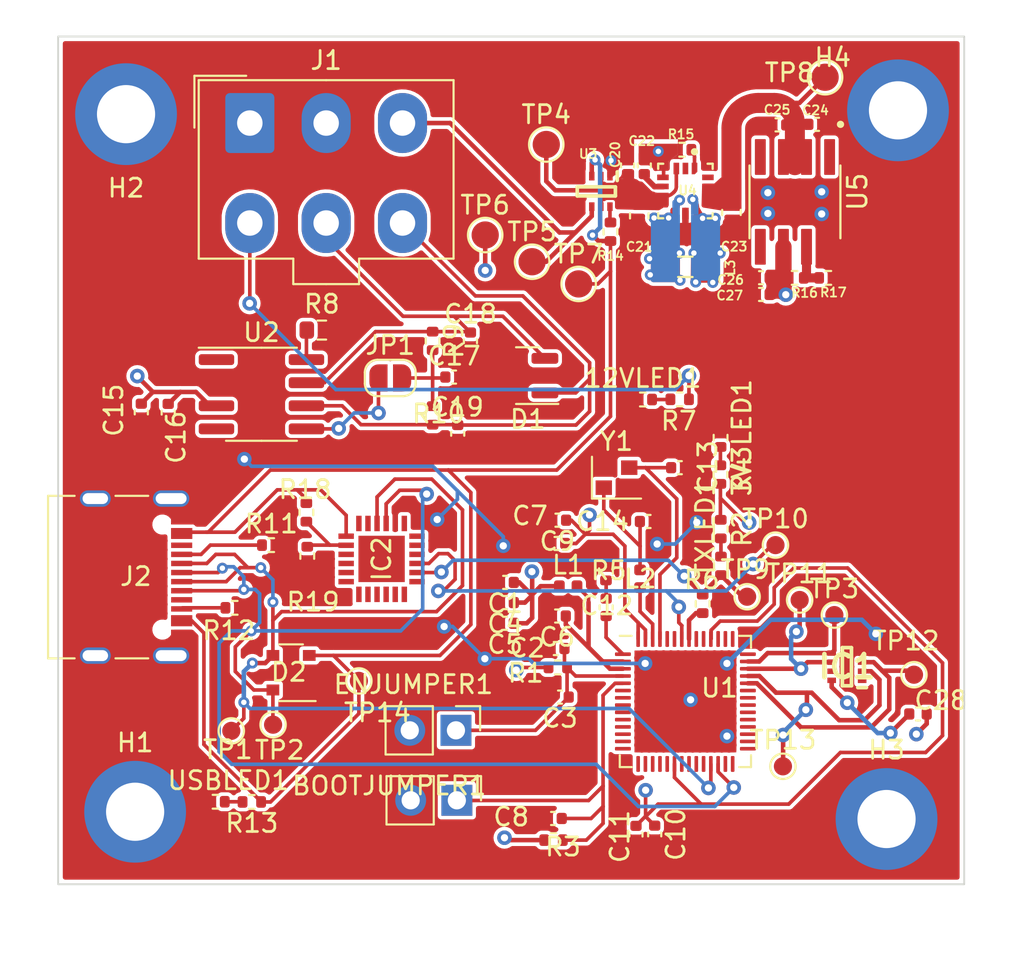
<source format=kicad_pcb>
(kicad_pcb (version 20221018) (generator pcbnew)
  (layers (0 "F.Cu" signal) (1 "In1.Cu" signal) (2 "In2.Cu" signal) (31 "B.Cu" signal) (34 "B.Paste" user) (35 "F.Paste" user) (36 "B.SilkS" user "B.Silkscreen") (37 "F.SilkS" user "F.Silkscreen") (38 "B.Mask" user) (39 "F.Mask" user) (44 "Edge.Cuts" user))
  (net 0 "")
  (net 1 "GND")
  (net 2 "+3V3")
  (net 3 "VBUS")
  (net 4 "RBUS_uC_V")
  (net 5 "Net-(3V3LED1-A)")
  (net 6 "/Power/BBIN")
  (net 7 "/Power/BIAS")
  (net 8 "/Power/BBOUT")
  (net 9 "/Power/LX1")
  (net 10 "/Power/LX2")
  (net 11 "/Power/SEL")
  (net 12 "/Power/FBIn")
  (net 13 "Net-(12VLED1-A)")
  (net 14 "Net-(U1-LNA_IN{slash}RF)")
  (net 15 "Net-(U1-XTAL_N)")
  (net 16 "Net-(JP1-B)")
  (net 17 "Net-(IC1-VDD)")
  (net 19 "/BOOT")
  (net 20 "/CHIP_PU")
  (net 21 "Net-(C6-Pad1)")
  (net 22 "Net-(C12-Pad1)")
  (net 25 "Net-(C14-Pad1)")
  (net 27 "/CAN+")
  (net 28 "/CAN-")
  (net 30 "/Data-")
  (net 31 "/Data+")
  (net 33 "/NAND_CS")
  (net 34 "/CLK")
  (net 35 "/MOSI")
  (net 36 "/MISO")
  (net 48 "Net-(IC2-VBUS)")
  (net 53 "Net-(J2-CC2)")
  (net 55 "+12V")
  (net 56 "Net-(J2-CC1)")
  (net 57 "Net-(U1-XTAL_P)")
  (net 58 "Net-(TXLED1-A)")
  (net 59 "Net-(U1-U0TXD{slash}PROG{slash}GPIO43)")
  (net 60 "/CAN-BUS/Vref")
  (net 61 "Net-(U2-Rs)")
  (net 62 "Net-(USBLED1-A)")
  (net 63 "Net-(U3-ST)")
  (net 66 "/RXD")
  (net 67 "/CAN_TX")
  (net 68 "/CAN_RX")
  (net 108 "/TXD")
  (footprint "Capacitor_SMD:C_0402_1005Metric" (layer "F.Cu") (at 167.01 108.87 180)
    (fp_text reference "C28")
    (fp_text value "10uF")
  )
  (footprint "Capacitor_SMD:C_0402_1005Metric" (layer "F.Cu") (at 149.854 103.002 -90)
    (fp_text reference "C12")
    (fp_text value "4.2pF")
  )
  (footprint "Resistor_SMD:R_0402_1005Metric" (layer "F.Cu") (at 129.42 103.03 180)
    (fp_text reference "R12")
    (fp_text value "5.1k")
  )
  (footprint "TestPoint:TestPoint_Pad_D1.0mm" (layer "F.Cu") (at 129.23 109.8)
    (fp_text reference "TP1")
    (fp_text value "TestPoint")
  )
  (footprint "Resistor_SMD:R_0402_1005Metric" (layer "F.Cu") (at 162.079777 84.878186)
    (fp_text reference "R17")
    (fp_text value "10k")
  )
  (footprint "Connector_PinHeader_2.54mm:PinHeader_1x02_P2.54mm_Vertical" (layer "F.Cu") (at 141.59 109.77 -90)
    (fp_text reference "ENJUMPER1")
    (fp_text value "Conn_01x02_Male")
  )
  (footprint "Resistor_SMD:R_0402_1005Metric" (layer "F.Cu") (at 147.194 106.312)
    (fp_text reference "R1")
    (fp_text value "10K")
  )
  (footprint "Capacitor_SMD:C_0402_1005Metric" (layer "F.Cu") (at 125.76 92.29 -90)
    (fp_text reference "C16")
    (fp_text value "10uF")
  )
  (footprint "TestPoint:TestPoint_Pad_D1.5mm" (layer "F.Cu") (at 145.78 83.99)
    (fp_text reference "TP5")
    (fp_text value "TestPoint")
  )
  (footprint "TestPoint:TestPoint_Pad_D1.0mm" (layer "F.Cu") (at 160.5 102.6)
    (fp_text reference "TP11")
    (fp_text value "TestPoint")
  )
  (footprint "Package_DFN_QFN:QFN-56-1EP_7x7mm_P0.4mm_EP5.6x5.6mm" (layer "F.Cu") (at 154.214 108.182)
    (fp_text reference "U1")
    (fp_text value "ESP32-S3")
  )
  (footprint "TestPoint:TestPoint_Pad_D1.0mm" (layer "F.Cu") (at 131.53 109.46)
    (fp_text reference "TP2")
    (fp_text value "TestPoint")
  )
  (footprint "Resistor_SMD:R_0402_1005Metric" (layer "F.Cu") (at 146.96 115.81)
    (fp_text reference "R3")
    (fp_text value "10K")
  )
  (footprint "Resistor_SMD:R_0402_1005Metric" (layer "F.Cu") (at 156.14 95.7 -90)
    (fp_text reference "R4")
    (fp_text value "470")
  )
  (footprint "Capacitor_SMD:C_0402_1005Metric" (layer "F.Cu") (at 141.6875 93.455 90)
    (fp_text reference "C19")
    (fp_text value "220pF")
  )
  (footprint "Capacitor_SMD:C_0402_1005Metric" (layer "F.Cu") (at 147.122 99.49 180)
    (fp_text reference "C7")
    (fp_text value "1uF")
  )
  (footprint "Connector_PinHeader_2.54mm:PinHeader_1x02_P2.54mm_Vertical" (layer "F.Cu") (at 141.64 113.62 -90)
    (fp_text reference "BOOTJUMPER1")
    (fp_text value "Conn_01x02_Male")
  )
  (footprint "MountingHole:MountingHole_3.2mm_M3_DIN965_Pad" (layer "F.Cu") (at 165.28 114.65)
    (fp_text reference "H3")
    (fp_text value "MountingHole_Pad")
  )
  (footprint "Resistor_SMD:R_0402_1005Metric" (layer "F.Cu") (at 140.3075 88.345 -90)
    (fp_text reference "R9")
    (fp_text value "60")
  )
  (footprint "Resistor_SMD:R_0402_1005Metric" (layer "F.Cu") (at 156.17 100.72 90)
    (fp_text reference "TXLED1")
    (fp_text value "TX_LED")
  )
  (footprint "Inductor_SMD:L_0402_1005Metric" (layer "F.Cu") (at 151.72 101.43 90)
    (fp_text reference "L2")
    (fp_text value "20nH")
  )
  (footprint "TestPoint:TestPoint_Pad_D1.0mm" (layer "F.Cu") (at 157.61 102.42)
    (fp_text reference "TP9")
    (fp_text value "TestPoint")
  )
  (footprint "Capacitor_SMD:C_0402_1005Metric" (layer "F.Cu") (at 159.28 76.46 180)
    (fp_text reference "C25")
    (fp_text value "4.7uF")
  )
  (footprint "iclr:SOTFL50P160X60-8N" (layer "F.Cu") (at 149.312492 80.120186 -90)
    (fp_text reference "U3")
    (fp_text value "LM66200DRLR" hide)
  )
  (footprint "Capacitor_SMD:C_0402_1005Metric" (layer "F.Cu") (at 144.294 101.632 180)
    (fp_text reference "C1")
    (fp_text value "10uF")
  )
  (footprint "Resistor_SMD:R_0402_1005Metric" (layer "F.Cu") (at 133.36 97.78 -90)
    (fp_text reference "R18")
    (fp_text value "22.1k")
  )
  (footprint "Resistor_SMD:R_0402_1005Metric" (layer "F.Cu") (at 140.3075 92.445 -90)
    (fp_text reference "R10")
    (fp_text value "60")
  )
  (footprint "Resistor_SMD:R_0402_1005Metric" (layer "F.Cu") (at 130.36 113.71 180)
    (fp_text reference "R13")
    (fp_text value "470")
  )
  (footprint "TestPoint:TestPoint_Pad_D1.0mm" (layer "F.Cu") (at 136.25 107.05)
    (fp_text reference "TP14")
    (fp_text value "TestPoint")
  )
  (footprint "TestPoint:TestPoint_Pad_D1.0mm" (layer "F.Cu") (at 159.17 99.58)
    (fp_text reference "TP10")
    (fp_text value "TestPoint")
  )
  (footprint "Capacitor_SMD:C_0402_1005Metric" (layer "F.Cu") (at 158.372492 85.788186)
    (fp_text reference "C27")
    (fp_text value "0.1uF")
  )
  (footprint "iclr:QFN50P400X400X80-25N" (layer "F.Cu") (at 137.5 100.34 -90)
    (fp_text reference "IC2")
    (fp_text value "CP2102N-A02-GQFN24")
  )
  (footprint "Resistor_SMD:R_0402_1005Metric" (layer "F.Cu") (at 155.164 102.812 -90)
    (fp_text reference "R6")
    (fp_text value "499")
  )
  (footprint "Capacitor_SMD:C_0402_1005Metric" (layer "F.Cu") (at 147.154 103.482 180)
    (fp_text reference "C6")
    (fp_text value "0.1uF")
  )
  (footprint "Capacitor_SMD:C_0603_1608Metric" (layer "F.Cu") (at 156.747492 81.278186 -90)
    (fp_text reference "C23")
    (fp_text value "22uF")
  )
  (footprint "MountingHole:MountingHole_3.2mm_M3_DIN965_Pad" (layer "F.Cu") (at 123.44 75.87)
    (fp_text reference "H2")
    (fp_text value "MountingHole_Pad")
  )
  (footprint "Crystal:Crystal_SMD_2016-4Pin_2.0x1.6mm" (layer "F.Cu") (at 150.424 95.87)
    (fp_text reference "Y1")
    (fp_text value "40MHz±10ppm")
  )
  (footprint "Resistor_SMD:R_0402_1005Metric" (layer "F.Cu") (at 150.092492 82.34 90)
    (fp_text reference "R14")
    (fp_text value "10k")
  )
  (footprint "Resistor_SMD:R_0603_1608Metric" (layer "F.Cu") (at 134.21 87.75)
    (fp_text reference "R8")
    (fp_text value "0")
  )
  (footprint "Package_SO:SOIC-8_3.9x4.9mm_P1.27mm" (layer "F.Cu") (at 130.89 91.28)
    (fp_text reference "U2")
    (fp_text value "SN65HVD230")
  )
  (footprint "Capacitor_SMD:C_0402_1005Metric" (layer "F.Cu") (at 151.032492 78.688186 90)
    (fp_text reference "C20")
    (fp_text value "10uF")
  )
  (footprint "Capacitor_SMD:C_0402_1005Metric" (layer "F.Cu") (at 147.172 98.21 180)
    (fp_text reference "C9")
    (fp_text value "10nF")
  )
  (footprint "Capacitor_SMD:C_0402_1005Metric" (layer "F.Cu") (at 151.495 115.505 -90)
    (fp_text reference "C11")
    (fp_text value "0.1uF")
  )
  (footprint "Resistor_SMD:R_0402_1005Metric" (layer "F.Cu") (at 156.16 98.7 -90)
    (fp_text reference "R2")
    (fp_text value "470")
  )
  (footprint "Resistor_SMD:R_0402_1005Metric" (layer "F.Cu") (at 131.43 99.58)
    (fp_text reference "R11")
    (fp_text value "5.1k")
  )
  (footprint "Resistor_SMD:R_0402_1005Metric" (layer "F.Cu") (at 160.219777 84.878186)
    (fp_text reference "R16")
    (fp_text value "56k")
  )
  (footprint "Capacitor_SMD:C_0402_1005Metric" (layer "F.Cu") (at 152.525 115.495 -90)
    (fp_text reference "C10")
    (fp_text value "0.1uF")
  )
  (footprint "Capacitor_SMD:C_0402_1005Metric" (layer "F.Cu") (at 146.93 114.62 180)
    (fp_text reference "C8")
    (fp_text value "0.1uF")
  )
  (footprint "MountingHole:MountingHole_3.2mm_M3_DIN965_Pad" (layer "F.Cu") (at 123.94 114.25)
    (fp_text reference "H1")
    (fp_text value "MountingHole_Pad")
  )
  (footprint "Resistor_SMD:R_0402_1005Metric" (layer "F.Cu") (at 154.032492 77.828186 180)
    (fp_text reference "R15")
    (fp_text value "14k")
  )
  (footprint "TestPoint:TestPoint_Pad_D1.5mm" (layer "F.Cu") (at 143.2 82.52)
    (fp_text reference "TP6")
    (fp_text value "TestPoint")
  )
  (footprint "Connector_USB:USB_C_Receptacle_Palconn_UTC16-G" (layer "F.Cu") (at 123.99 101.34 -90)
    (fp_text reference "J2")
    (fp_text value "USB_C_Receptacle_USB2.0")
  )
  (footprint "Capacitor_SMD:C_0402_1005Metric" (layer "F.Cu") (at 144.294 102.742 180)
    (fp_text reference "C4")
    (fp_text value "1uF")
  )
  (footprint "Capacitor_SMD:C_0402_1005Metric" (layer "F.Cu") (at 161.46 76.43)
    (fp_text reference "C24")
    (fp_text value "10uF")
  )
  (footprint "Capacitor_SMD:C_0402_1005Metric" (layer "F.Cu") (at 147.314 107.942 180)
    (fp_text reference "C3")
    (fp_text value "0.1uF")
  )
  (footprint "iclr:SOTFL50P160X60-8N" (layer "F.Cu") (at 163.1 106.27 180)
    (fp_text reference "IC1")
    (fp_text value "XTSD08GLGEAG" hide)
  )
  (footprint "Capacitor_SMD:C_0402_1005Metric" (layer "F.Cu") (at 141.4875 90.335)
    (fp_text reference "C17")
    (fp_text value "0.1uF")
  )
  (footprint "TestPoint:TestPoint_Pad_D1.5mm" (layer "F.Cu") (at 161.9 73.84 180)
    (fp_text reference "TP8")
    (fp_text value "TestPoint")
  )
  (footprint "TestPoint:TestPoint_Pad_D1.5mm" (layer "F.Cu") (at 146.56 77.54)
    (fp_text reference "TP4")
    (fp_text value "TestPoint")
  )
  (footprint "iclr:SOIC127P599X175-9N" (layer "F.Cu") (at 160.242 80.697 -90)
    (fp_text reference "U5")
    (fp_text value "SC4215")
  )
  (footprint "MountingHole:MountingHole_3.2mm_M3_DIN965_Pad" (layer "F.Cu") (at 165.91 75.66)
    (fp_text reference "H4")
    (fp_text value "MountingHole_Pad")
  )
  (footprint "Package_TO_SOT_SMD:SOT-143" (layer "F.Cu") (at 132.52 106.6 180)
    (fp_text reference "D2")
    (fp_text value "SP0503BAHT")
  )
  (footprint "TestPoint:TestPoint_Pad_D1.0mm" (layer "F.Cu") (at 166.79 106.71)
    (fp_text reference "TP12")
    (fp_text value "TestPoint")
  )
  (footprint "Capacitor_SMD:C_0402_1005Metric" (layer "F.Cu") (at 158.372492 84.868186)
    (fp_text reference "C26")
    (fp_text value "10uF")
  )
  (footprint "Package_TO_SOT_SMD:SOT-23" (layer "F.Cu") (at 145.5475 90.255 180)
    (fp_text reference "D1")
    (fp_text value "SM712_SOT23")
  )
  (footprint "Inductor_SMD:L_0402_1005Metric" (layer "F.Cu") (at 147.765 101.84)
    (fp_text reference "L1")
    (fp_text value "2.0nH")
  )
  (footprint "Connector_Molex:Molex_Mini-Fit_Jr_5566-06A_2x03_P4.20mm_Vertical" (layer "F.Cu") (at 130.25 76.36)
    (fp_text reference "J1")
    (fp_text value "RBUS")
  )
  (footprint "Capacitor_SMD:C_0402_1005Metric" (layer "F.Cu") (at 153.91 95.32)
    (fp_text reference "C13")
    (fp_text value "C")
  )
  (footprint "Capacitor_SMD:C_0402_1005Metric" (layer "F.Cu") (at 124.28 92.28 -90)
    (fp_text reference "C15")
    (fp_text value "100nF")
  )
  (footprint "TestPoint:TestPoint_Pad_D1.5mm" (layer "F.Cu") (at 148.34 85.21)
    (fp_text reference "TP7")
    (fp_text value "TestPoint")
  )
  (footprint "Capacitor_SMD:C_0402_1005Metric" (layer "F.Cu") (at 144.294 103.882 180)
    (fp_text reference "C5")
    (fp_text value "0.1uF")
  )
  (footprint "iclr:CONV_MAX77827AEFD+T" (layer "F.Cu") (at 154.215418 80.098186 -90)
    (fp_text reference "U4")
    (fp_text value "MAX77827AEFD+T")
  )
  (footprint "TestPoint:TestPoint_Pad_D1.0mm" (layer "F.Cu") (at 162.41 103.43)
    (fp_text reference "TP3")
    (fp_text value "TestPoint")
  )
  (footprint "Resistor_SMD:R_0402_1005Metric" (layer "F.Cu") (at 153.9 91.56 180)
    (fp_text reference "R7")
    (fp_text value "3k")
  )
  (footprint "Capacitor_SMD:C_0402_1005Metric" (layer "F.Cu") (at 152.19 98.28)
    (fp_text reference "C14")
    (fp_text value "C")
  )
  (footprint "Resistor_SMD:R_0402_1005Metric" (layer "F.Cu") (at 156.15 93.668 -90)
    (fp_text reference "3V3LED1")
    (fp_text value "3V3LED")
  )
  (footprint "Resistor_SMD:R_0402_1005Metric" (layer "F.Cu") (at 151.87 91.57)
    (fp_text reference "12VLED1")
    (fp_text value "12V_LED")
  )
  (footprint "Jumper:SolderJumper-2_P1.3mm_Open_RoundedPad1.0x1.5mm" (layer "F.Cu") (at 137.9775 90.385)
    (fp_text reference "JP1")
    (fp_text value "TermJP")
  )
  (footprint "Capacitor_SMD:C_0603_1608Metric" (layer "F.Cu") (at 151.676869 81.466042 -90)
    (fp_text reference "C21")
    (fp_text value "10uF")
  )
  (footprint "Capacitor_SMD:C_0402_1005Metric" (layer "F.Cu") (at 151.952492 78.688186 90)
    (fp_text reference "C22")
    (fp_text value "1uF")
  )
  (footprint "TestPoint:TestPoint_Pad_D1.0mm" (layer "F.Cu") (at 159.58 111.75)
    (fp_text reference "TP13")
    (fp_text value "TestPoint")
  )
  (footprint "Resistor_SMD:R_0402_1005Metric" (layer "F.Cu") (at 133.41 100.18 -90)
    (fp_text reference "R19")
    (fp_text value "47.5k")
  )
  (footprint "Resistor_SMD:R_0402_1005Metric" (layer "F.Cu") (at 128.36 113.7)
    (fp_text reference "USBLED1")
    (fp_text value "USB_LED")
  )
  (footprint "Inductor_SMD:L_0805_2012Metric" (layer "F.Cu") (at 154.21 84.27)
    (fp_text reference "L3")
    (fp_text value "1uH")
  )
  (footprint "Capacitor_SMD:C_0402_1005Metric" (layer "F.Cu") (at 142.3875 88.365 90)
    (fp_text reference "C18")
    (fp_text value "220pF")
  )
  (footprint "Resistor_SMD:R_0402_1005Metric" (layer "F.Cu") (at 149.844 101.012 -90)
    (fp_text reference "R5")
    (fp_text value "47.5")
  )
  (footprint "Capacitor_SMD:C_0402_1005Metric" (layer "F.Cu") (at 147.08 105.27 180)
    (fp_text reference "C2")
    (fp_text value "1uF")
  )
  (gr_rect (start 119.706 71.598) (end 169.554 118.24) (stroke (width 0.1)) (fill none) (layer "Edge.Cuts"))
  (segment (start 150.12 78.42) (end 150.062492 78.477508) (width 0.25) (layer "F.Cu") (net 1))
  (segment (start 154.213197 81.197576) (end 154.213197 82.329351) (width 0.36) (layer "F.Cu") (net 1))
  (segment (start 154.214 108.182) (end 154.092 108.182) (width 0.2) (layer "F.Cu") (net 1))
  (segment (start 154.092 108.182) (end 152 106.09) (width 0.2) (layer "F.Cu") (net 1))
  (segment (start 154.214 108.182) (end 156.122 110.09) (width 0.2) (layer "F.Cu") (net 1))
  (segment (start 139.97 97.58) (end 140.56 98.17) (width 0.2) (layer "F.Cu") (net 1))
  (segment (start 161.852 76.532) (end 161.852 76.488) (width 0.2) (layer "F.Cu") (net 1))
  (segment (start 143.02 100.793106) (end 143.02 105.67) (width 0.2) (layer "F.Cu") (net 1))
  (segment (start 153.015418 79.298186) (end 153.015418 78.208112) (width 0.2) (layer "F.Cu") (net 1))
  (segment (start 152.022827 82.587) (end 156.675678 82.587) (width 1) (layer "F.Cu") (net 1))
  (segment (start 138.25 98.39) (end 138.25 97.74) (width 0.2) (layer "F.Cu") (net 1))
  (segment (start 154.214 108.182) (end 154.408 108.182) (width 0.2) (layer "F.Cu") (net 1))
  (segment (start 138.25 97.74) (end 138.41 97.58) (width 0.2) (layer "F.Cu") (net 1))
  (segment (start 156.122 110.09) (end 156.5 110.09) (width 0.2) (layer "F.Cu") (net 1))
  (segment (start 153.015418 78.208112) (end 152.724492 77.917186) (width 0.2) (layer "F.Cu") (net 1))
  (segment (start 153.522492 77.828186) (end 152.813492 77.828186) (width 0.2) (layer "F.Cu") (net 1))
  (segment (start 154.5 108.09) (end 156.5 106.09) (width 0.25) (layer "F.Cu") (net 1))
  (segment (start 150.062492 78.477508) (end 150.062492 79.282186) (width 0.25) (layer "F.Cu") (net 1))
  (segment (start 156.675678 82.587) (end 156.760492 82.502186) (width 1) (layer "F.Cu") (net 1))
  (segment (start 163.938 105.212) (end 163.938 105.52) (width 0.25) (layer "F.Cu") (net 1))
  (segment (start 138.41 97.58) (end 139.97 97.58) (width 0.2) (layer "F.Cu") (net 1))
  (segment (start 126.5 105.08) (end 125.92 105.66) (width 0.2) (layer "F.Cu") (net 1))
  (segment (start 135.035 87.75) (end 135.2925 87.4925) (width 0.2) (layer "F.Cu") (net 1))
  (segment (start 143.02 105.67) (end 143.18 105.83) (width 0.2) (layer "F.Cu") (net 1))
  (segment (start 154.215418 82.329961) (end 154.207193 82.338186) (width 0.25) (layer "F.Cu") (net 1))
  (segment (start 144.194254 99.618852) (end 143.02 100.793106) (width 0.2) (layer "F.Cu") (net 1))
  (segment (start 151.676869 82.241042) (end 152.022827 82.587) (width 1) (layer "F.Cu") (net 1))
  (segment (start 164.69 104.46) (end 163.938 105.212) (width 0.25) (layer "F.Cu") (net 1))
  (segment (start 146.674 103.482) (end 146.674 103.656) (width 0.2) (layer "F.Cu") (net 1))
  (segment (start 146.642 99.49) (end 146.572 99.49) (width 0.2) (layer "F.Cu") (net 1))
  (segment (start 135.2925 87.4925) (end 135.7025 87.4925) (width 0.2) (layer "F.Cu") (net 1))
  (segment (start 126.5 104.54) (end 126.5 105.08) (width 0.2) (layer "F.Cu") (net 1))
  (segment (start 151.952492 78.208186) (end 152.433492 78.208186) (width 0.2) (layer "F.Cu") (net 1))
  (via (at 152.724492 77.917186) (size 0.6) (drill 0.3) (layers "F.Cu" "B.Cu") (net 1))
  (via (at 129.95 94.85) (size 0.8) (drill 0.4) (layers "F.Cu" "B.Cu") (net 1))
  (via (at 152 106.09) (size 0.8) (drill 0.4) (layers "F.Cu" "B.Cu") (net 1))
  (via (at 156.5 110.09) (size 0.8) (drill 0.4) (layers "F.Cu" "B.Cu") (net 1))
  (via (at 161.712 81.362) (size 0.8) (drill 0.4) (layers "F.Cu" "B.Cu") (net 1))
  (via (at 154.84 98.33) (size 0.8) (drill 0.4) (layers "F.Cu" "B.Cu") (net 1))
  (via (at 156.5 106.09) (size 0.8) (drill 0.4) (layers "F.Cu" "B.Cu") (net 1))
  (via (at 154.5 108.09) (size 0.8) (drill 0.4) (layers "F.Cu" "B.Cu") (net 1))
  (via (at 161.712 80.142) (size 0.8) (drill 0.4) (layers "F.Cu" "B.Cu") (net 1))
  (via (at 158.752 81.332) (size 0.8) (drill 0.4) (layers "F.Cu" "B.Cu") (net 1))
  (via (at 140.56 98.17) (size 0.8) (drill 0.4) (layers "F.Cu" "B.Cu") (net 1))
  (via (at 150.12 78.42) (size 0.6) (drill 0.3) (layers "F.Cu" "B.Cu") (net 1))
  (via (at 144.194254 99.618852) (size 0.8) (drill 0.4) (layers "F.Cu" "B.Cu") (net 1))
  (via (at 152.66 99.52) (size 0.8) (drill 0.4) (layers "F.Cu" "B.Cu") (net 1))
  (via (at 164.69 104.46) (size 0.8) (drill 0.4) (layers "F.Cu" "B.Cu") (net 1))
  (via (at 143.18 105.83) (size 0.8) (drill 0.4) (layers "F.Cu" "B.Cu") (net 1))
  (via (at 158.752 80.192) (size 0.8) (drill 0.4) (layers "F.Cu" "B.Cu") (net 1))
  (via (at 140.94 104.06) (size 0.8) (drill 0.4) (layers "F.Cu" "B.Cu") (net 1))
  (arc (start 152.433492 78.208186) (mid 152.63926 78.122954) (end 152.724492 77.917186) (width 0.2) (layer "F.Cu") (net 1))
  (arc (start 152.813492 77.828186) (mid 152.750559 77.854253) (end 152.724492 77.917186) (width 0.2) (layer "F.Cu") (net 1))
  (segment (start 143.18 105.83) (end 145.6 105.83) (width 0.2) (layer "B.Cu") (net 1))
  (segment (start 129.95 94.85) (end 130.342 95.242) (width 0.2) (layer "B.Cu") (net 1))
  (segment (start 141.41 104.06) (end 143.18 105.83) (width 0.2) (layer "B.Cu") (net 1))
  (segment (start 140.322 95.242) (end 141.67 96.59) (width 0.2) (layer "B.Cu") (net 1))
  (segment (start 141.67 97.06) (end 141.67 96.59) (width 0.2) (layer "B.Cu") (net 1))
  (segment (start 156.5 106.09) (end 158.902 103.688) (width 0.25) (layer "B.Cu") (net 1))
  (segment (start 144.194254 99.114254) (end 141.67 96.59) (width 0.2) (layer "B.Cu") (net 1))
  (segment (start 140.56 98.17) (end 141.67 97.06) (width 0.2) (layer "B.Cu") (net 1))
  (segment (start 145.6 105.83) (end 145.86 106.09) (width 0.2) (layer "B.Cu") (net 1))
  (segment (start 145.86 106.09) (end 152 106.09) (width 0.2) (layer "B.Cu") (net 1))
  (segment (start 163.918 103.688) (end 164.69 104.46) (width 0.25) (layer "B.Cu") (net 1))
  (segment (start 152.66 99.52) (end 153.65 99.52) (width 0.2) (layer "B.Cu") (net 1))
  (segment (start 140.94 104.06) (end 141.41 104.06) (width 0.2) (layer "B.Cu") (net 1))
  (segment (start 153.65 99.52) (end 154.84 98.33) (width 0.2) (layer "B.Cu") (net 1))
  (segment (start 158.902 103.688) (end 163.918 103.688) (width 0.25) (layer "B.Cu") (net 1))
  (segment (start 130.342 95.242) (end 140.322 95.242) (width 0.2) (layer "B.Cu") (net 1))
  (segment (start 144.194254 99.618852) (end 144.194254 99.114254) (width 0.2) (layer "B.Cu") (net 1))
  (segment (start 127.285 91.155) (end 126.43 91.155) (width 0.25) (layer "F.Cu") (net 2))
  (segment (start 160.18 100.84) (end 159.1 101.92) (width 0.2) (layer "F.Cu") (net 2))
  (segment (start 158.17 103.76) (end 156.13 103.76) (width 0.2) (layer "F.Cu") (net 2))
  (segment (start 147.652 98.21) (end 147.938 98.21) (width 0.2) (layer "F.Cu") (net 2))
  (segment (start 146.25 101.84) (end 147.28 101.84) (width 0.25) (layer "F.Cu") (net 2))
  (segment (start 159.9 113.83) (end 162.74 110.99) (width 0.2) (layer "F.Cu") (net 2))
  (segment (start 156.14 97) (end 156.14 98.17) (width 0.2) (layer "F.Cu") (net 2))
  (segment (start 167.49 109.41) (end 166.92 109.98) (width 0.25) (layer "F.Cu") (net 2))
  (segment (start 151.495 115.025) (end 152.025 114.495) (width 0.2) (layer "F.Cu") (net 2))
  (segment (start 152.025 114.515) (end 152.025 114.495) (width 0.2) (layer "F.Cu") (net 2))
  (segment (start 152.025 114.495) (end 152.025 113.065) (width 0.2) (layer "F.Cu") (net 2))
  (segment (start 145.074 101.632) (end 145.784 102.342) (width 0.25) (layer "F.Cu") (net 2))
  (segment (start 152.045 114.495) (end 152.71 113.83) (width 0.2) (layer "F.Cu") (net 2))
  (segment (start 148.94 98.752) (end 148.71 98.982) (width 0.2) (layer "F.Cu") (net 2))
  (segment (start 124.915 91.155) (end 126.43 91.155) (width 0.25) (layer "F.Cu") (net 2))
  (segment (start 144.774 103.882) (end 145.484 103.882) (width 0.25) (layer "F.Cu") (net 2))
  (segment (start 124.06 90.3) (end 124.06 90.28) (width 0.25) (layer "F.Cu") (net 2))
  (segment (start 152.025 114.495) (end 152.045 114.495) (width 0.2) (layer "F.Cu") (net 2))
  (segment (start 124.915 91.155) (end 124.28 91.79) (width 0.25) (layer "F.Cu") (net 2))
  (segment (start 144.774 101.632) (end 145.074 101.632) (width 0.25) (layer "F.Cu") (net 2))
  (segment (start 124.28 91.79) (end 124.28 91.8) (width 0.25) (layer "F.Cu") (net 2))
  (segment (start 157.72 98.34) (end 157.48 98.34) (width 0.2) (layer "F.Cu") (net 2))
  (segment (start 168.36 106.06) (end 163.14 100.84) (width 0.2) (layer "F.Cu") (net 2))
  (segment (start 168.36 110.06) (end 168.36 106.06) (width 0.2) (layer "F.Cu") (net 2))
  (segment (start 156.13 103.76) (end 155.63 104.26) (width 0.2) (layer "F.Cu") (net 2))
  (segment (start 144.39 115.81) (end 146.45 115.81) (width 0.25) (layer "F.Cu") (net 2))
  (segment (start 167.43 110.99) (end 168.36 110.06) (width 0.2) (layer "F.Cu") (net 2))
  (segment (start 156.14 96.21) (end 156.14 97) (width 0.2) (layer "F.Cu") (net 2))
  (segment (start 150.884 103.114) (end 151.614 103.844) (width 0.2) (layer "F.Cu") (net 2))
  (segment (start 151.614 103.844) (end 152.014 104.244) (width 0.2) (layer "F.Cu") (net 2))
  (segment (start 125.775 91.81) (end 126.43 91.155) (width 0.25) (layer "F.Cu") (net 2))
  (segment (start 148.71 98.982) (end 150.234 98.982) (width 0.2) (layer "F.Cu") (net 2))
  (segment (start 152.014 104.244) (end 152.014 104.7445) (width 0.2) (layer "F.Cu") (net 2))
  (segment (start 145.77 101.04) (end 145.784 101.054) (width 0.25) (layer "F.Cu") (net 2))
  (segment (start 143.2 84.47) (end 143.2 82.52) (width 0.25) (layer "F.Cu") (net 2))
  (segment (start 155.08 113.83) (end 159.9 113.83) (width 0.2) (layer "F.Cu") (net 2))
  (segment (start 144.26 115.68) (end 144.39 115.81) (width 0.25) (layer "F.Cu") (net 2))
  (segment (start 144.774 102.742) (end 145.384 102.742) (width 0.25) (layer "F.Cu") (net 2))
  (segment (start 148.94 97.92) (end 148.94 98.752) (width 0.2) (layer "F.Cu") (net 2))
  (segment (start 145.484 103.882) (end 145.784 103.582) (width 0.25) (layer "F.Cu") (net 2))
  (segment (start 156.14 98.17) (end 156.16 98.19) (width 0.2) (layer "F.Cu") (net 2))
  (segment (start 152.525 115.015) (end 152.025 114.515) (width 0.2) (layer "F.Cu") (net 2))
  (segment (start 163.14 100.84) (end 160.18 100.84) (width 0.2) (layer "F.Cu") (net 2))
  (segment (start 157.48 98.34) (end 156.14 97) (width 0.2) (layer "F.Cu") (net 2))
  (segment (start 159.1 102.83) (end 158.17 103.76) (width 0.2) (layer "F.Cu") (net 2))
  (segment (start 147.938 98.21) (end 148.71 98.982) (width 0.2) (layer "F.Cu") (net 2))
  (segment (start 145.384 102.742) (end 145.784 102.342) (width 0.25) (layer "F.Cu") (net 2))
  (segment (start 167.49 108.87) (end 167.49 109.41) (width 0.25) (layer "F.Cu") (net 2))
  (segment (start 145.784 102.342) (end 145.784 102.306) (width 0.25) (layer "F.Cu") (net 2))
  (segment (start 145.784 103.582) (end 145.784 102.342) (width 0.25) (layer "F.Cu") (net 2))
  (segment (start 147.602 99.49) (end 148.202 99.49) (width 0.2) (layer "F.Cu") (net 2))
  (segment (start 125.76 91.81) (end 125.775 91.81) (width 0.25) (layer "F.Cu") (net 2))
  (segment (start 145.784 102.306) (end 146.25 101.84) (width 0.25) (layer "F.Cu") (net 2))
  (segment (start 150.234 98.982) (end 150.884 99.632) (width 0.2) (layer "F.Cu") (net 2))
  (segment (start 150.884 99.632) (end 150.884 103.114) (width 0.2) (layer "F.Cu") (net 2))
  (segment (start 162.74 110.99) (end 167.43 110.99) (width 0.2) (layer "F.Cu") (net 2))
  (segment (start 148.202 99.49) (end 148.71 98.982) (width 0.2) (layer "F.Cu") (net 2))
  (segment (start 152.71 113.83) (end 155.08 113.83) (width 0.2) (layer "F.Cu") (net 2))
  (segment (start 146.684 106.312) (end 145.0545 106.312) (width 0.2) (layer "F.Cu") (net 2))
  (segment (start 155.63 104.7285) (end 155.614 104.7445) (width 0.2) (layer "F.Cu") (net 2))
  (segment (start 151.614 103.844) (end 151.614 104.7445) (width 0.2) (layer "F.Cu") (net 2))
  (segment (start 128.045 91.915) (end 127.285 91.155) (width 0.25) (layer "F.Cu") (net 2))
  (segment (start 159.607 83.167) (end 159.607 84.775409) (width 0.9) (layer "F.Cu") (net 2))
  (segment (start 153.614 111.6195) (end 153.614 112.364) (width 0.2) (layer "F.Cu") (net 2))
  (segment (start 159.1 101.92) (end 159.1 102.83) (width 0.2) (layer "F.Cu") (net 2))
  (segment (start 145.0545 106.312) (end 144.91 106.4565) (width 0.2) (layer "F.Cu") (net 2))
  (segment (start 153.614 112.364) (end 155.08 113.83) (width 0.2) (layer "F.Cu") (net 2))
  (segment (start 128.415 91.915) (end 128.045 91.915) (width 0.25) (layer "F.Cu") (net 2))
  (segment (start 124.915 91.155) (end 124.06 90.3) (width 0.25) (layer "F.Cu") (net 2))
  (segment (start 155.63 104.26) (end 155.63 104.7285) (width 0.2) (layer "F.Cu") (net 2))
  (segment (start 145.784 101.054) (end 145.784 102.342) (width 0.25) (layer "F.Cu") (net 2))
  (via (at 166.92 109.98) (size 0.8) (drill 0.4) (layers "F.Cu" "B.Cu") (net 2))
  (via (at 143.2 84.47) (size 0.8) (drill 0.4) (layers "F.Cu" "B.Cu") (net 2))
  (via (at 157.72 98.34) (size 0.8) (drill 0.4) (layers "F.Cu" "B.Cu") (net 2))
  (via (at 152.025 113.065) (size 0.8) (drill 0.4) (layers "F.Cu" "B.Cu") (net 2))
  (via (at 144.91 106.4565) (size 0.8) (drill 0.4) (layers "F.Cu" "B.Cu") (net 2))
  (via (at 148.94 97.92) (size 0.8) (drill 0.4) (layers "F.Cu" "B.Cu") (net 2))
  (via (at 144.26 115.68) (size 0.8) (drill 0.4) (layers "F.Cu" "B.Cu") (net 2))
  (via (at 159.737492 85.803186) (size 0.8) (drill 0.4) (layers "F.Cu" "B.Cu") (net 2))
  (via (at 145.77 101.04) (size 0.8) (drill 0.4) (layers "F.Cu" "B.Cu") (net 2))
  (via (at 124.06 90.28) (size 0.8) (drill 0.4) (layers "F.Cu" "B.Cu") (net 2))
  (segment (start 142.41 103.95) (end 140.71 105.65) (width 0.2) (layer "F.Cu") (net 3))
  (segment (start 149.105 82.525) (end 149.43 82.85) (width 0.25) (layer "F.Cu") (net 3))
  (segment (start 131.39 113.71) (end 136.25 108.85) (width 0.2) (layer "F.Cu") (net 3))
  (segment (start 149.43 82.85) (end 150.092492 82.85) (width 0.25) (layer "F.Cu") (net 3))
  (segment (start 130.87 113.71) (end 130.87 113.695) (width 0.2) (layer "F.Cu") (net 3))
  (segment (start 127.83 98.87) (end 129.33 98.87) (width 0.2) (layer "F.Cu") (net 3))
  (segment (start 130.87 113.71) (end 131.39 113.71) (width 0.2) (layer "F.Cu") (net 3))
  (segment (start 132.85 96.54) (end 134.15 96.54) (width 0.2) (layer "F.Cu") (net 3))
  (segment (start 149.062492 78.567508) (end 149.062492 79.282186) (width 0.25) (layer "F.Cu") (net 3))
  (segment (start 129.43 98.87) (end 129.33 98.87) (width 0.2) (layer "F.Cu") (net 3))
  (segment (start 127.83 98.87) (end 127.96 98.87) (width 0.2) (layer "F.Cu") (net 3))
  (segment (start 150.092492 82.85) (end 150.092492 84.517508) (width 0.2) (layer "F.Cu") (net 3))
  (segment (start 140.71 105.65) (end 134.85 105.65) (width 0.2) (layer "F.Cu") (net 3))
  (segment (start 132.85 96.54) (end 133.36 97.05) (width 0.2) (layer "F.Cu") (net 3))
  (segment (start 131.76 96.54) (end 132.85 96.54) (width 0.2) (layer "F.Cu") (net 3))
  (segment (start 149.245 78.385) (end 149.062492 78.567508) (width 0.25) (layer "F.Cu") (net 3))
  (segment (start 149.4 85.21) (end 150.092492 84.517508) (width 0.2) (layer "F.Cu") (net 3))
  (segment (start 135.55 97.94) (end 135.55 99.09) (width 0.2) (layer "F.Cu") (net 3))
  (segment (start 134.85 105.65) (end 136.25 107.05) (width 0.2) (layer "F.Cu") (net 3))
  (segment (start 130.87 113.695) (end 127.725 110.55) (width 0.2) (layer "F.Cu") (net 3))
  (segment (start 131.38 95.45) (end 141.17 95.45) (width 0.2) (layer "F.Cu") (net 3))
  (segment (start 126.5 103.74) (end 127.05 103.74) (width 0.2) (layer "F.Cu") (net 3))
  (segment (start 126.5 98.94) (end 126.57 98.87) (width 0.2) (layer "F.Cu") (net 3))
  (segment (start 131.76 96.54) (end 129.43 98.87) (width 0.2) (layer "F.Cu") (net 3))
  (segment (start 142.41 96.69) (end 142.41 103.95) (width 0.2) (layer "F.Cu") (net 3))
  (segment (start 136.25 107.05) (end 136.25 108.85) (width 0.2) (layer "F.Cu") (net 3))
  (segment (start 133.34 97.25) (end 133.36 97.27) (width 0.25) (layer "F.Cu") (net 3))
  (segment (start 147.14 95.45) (end 150.092492 92.497508) (width 0.2) (layer "F.Cu") (net 3))
  (segment (start 134.15 96.54) (end 135.55 97.94) (width 0.2) (layer "F.Cu") (net 3))
  (segment (start 133.36 97.05) (end 133.36 97.27) (width 0.2) (layer "F.Cu") (net 3))
  (segment (start 127.05 103.74) (end 127.725 104.415) (width 0.2) (layer "F.Cu") (net 3))
  (segment (start 126.57 98.87) (end 127.83 98.87) (width 0.2) (layer "F.Cu") (net 3))
  (segment (start 141.17 95.45) (end 147.14 95.45) (width 0.2) (layer "F.Cu") (net 3))
  (segment (start 133.52 105.65) (end 134.85 105.65) (width 0.2) (layer "F.Cu") (net 3))
  (segment (start 127.725 104.415) (end 127.725 110.55) (width 0.2) (layer "F.Cu") (net 3))
  (segment (start 150.092492 92.497508) (end 150.092492 84.517508) (width 0.2) (layer "F.Cu") (net 3))
  (segment (start 148.34 85.21) (end 149.4 85.21) (width 0.2) (layer "F.Cu") (net 3))
  (segment (start 127.96 98.87) (end 131.38 95.45) (width 0.2) (layer "F.Cu") (net 3))
  (segment (start 141.17 95.45) (end 142.41 96.69) (width 0.2) (layer "F.Cu") (net 3))
  (via (at 149.245 78.385) (size 0.6) (drill 0.3) (layers "F.Cu" "B.Cu") (net 3))
  (via (at 149.105 82.525) (size 0.6) (drill 0.3) (layers "F.Cu" "B.Cu") (net 3))
  (segment (start 149.105 82.525) (end 149.522492 82.107508) (width 0.25) (layer "B.Cu") (net 3))
  (segment (start 149.522492 82.107508) (end 149.522492 78.662492) (width 0.25) (layer "B.Cu") (net 3))
  (segment (start 149.522492 78.662492) (end 149.245 78.385) (width 0.25) (layer "B.Cu") (net 3))
  (segment (start 148.16 82.38) (end 149.062492 81.477508) (width 0.25) (layer "F.Cu") (net 4))
  (segment (start 147.29 82.38) (end 148.16 82.38) (width 0.25) (layer "F.Cu") (net 4))
  (segment (start 146.55 83.99) (end 148.16 82.38) (width 0.25) (layer "F.Cu") (net 4))
  (segment (start 149.062492 81.477508) (end 149.062492 80.958186) (width 0.25) (layer "F.Cu") (net 4))
  (segment (start 138.65 76.36) (end 141.27 76.36) (width 0.25) (layer "F.Cu") (net 4))
  (segment (start 141.27 76.36) (end 147.29 82.38) (width 0.25) (layer "F.Cu") (net 4))
  (segment (start 145.78 83.99) (end 146.55 83.99) (width 0.25) (layer "F.Cu") (net 4))
  (segment (start 156.14 94.188) (end 156.15 94.178) (width 0.2) (layer "F.Cu") (net 5))
  (segment (start 156.14 95.19) (end 156.14 94.188) (width 0.2) (layer "F.Cu") (net 5))
  (segment (start 153.715418 78.798186) (end 153.715418 79.865559) (width 0.2) (layer "F.Cu") (net 6))
  (segment (start 146.56 79.56) (end 146.56 77.54) (width 0.25) (layer "F.Cu") (net 6))
  (segment (start 149.562492 80.06) (end 149.562492 80.958186) (width 0.25) (layer "F.Cu") (net 6))
  (segment (start 153.602492 80.138186) (end 153.554624 80.186054) (width 0.2) (layer "F.Cu") (net 6))
  (segment (start 149.562492 79.282186) (end 149.562492 80.06) (width 0.25) (layer "F.Cu") (net 6))
  (segment (start 149.562492 80.06) (end 147.06 80.06) (width 0.25) (layer "F.Cu") (net 6))
  (segment (start 147.06 80.06) (end 146.56 79.56) (width 0.25) (layer "F.Cu") (net 6))
  (segment (start 149.562492 79.282186) (end 149.562492 79.769686) (width 0.25) (layer "F.Cu") (net 6))
  (arc (start 153.554624 80.186054) (mid 153.319655 80.343055) (end 153.042492 80.398186) (width 0.2) (layer "F.Cu") (net 6))
  (arc (start 153.715418 79.865559) (mid 153.686069 80.013104) (end 153.602492 80.138186) (width 0.2) (layer "F.Cu") (net 6))
  (segment (start 151.952492 79.168186) (end 151.952492 79.26195) (width 0.25) (layer "F.Cu") (net 7))
  (segment (start 151.934374 79.280068) (end 152.51061 79.856304) (width 0.31) (layer "F.Cu") (net 7))
  (segment (start 152.51061 79.856304) (end 152.9973 79.856304) (width 0.31) (layer "F.Cu") (net 7))
  (segment (start 151.952492 79.26195) (end 151.934374 79.280068) (width 0.25) (layer "F.Cu") (net 7))
  (segment (start 158.223888 75.253186) (end 159.106142 75.253186) (width 1.1) (layer "F.Cu") (net 8))
  (segment (start 156.747492 80.503186) (end 156.747492 76.644729) (width 1.1) (layer "F.Cu") (net 8))
  (segment (start 160.237492 76.384536) (end 160.237492 78.678186) (width 1.1) (layer "F.Cu") (net 8))
  (segment (start 160.877 78.227) (end 159.607 78.227) (width 0.25) (layer "F.Cu") (net 8))
  (segment (start 161.9 73.84) (end 160.486814 75.253186) (width 0.25) (layer "F.Cu") (net 8))
  (segment (start 160.486814 75.253186) (end 159.106142 75.253186) (width 0.25) (layer "F.Cu") (net 8))
  (arc (start 159.106142 75.253186) (mid 159.906127 75.584551) (end 160.237492 76.384536) (width 1.1) (layer "F.Cu") (net 8))
  (arc (start 156.747492 76.644729) (mid 156.84885 76.13517) (end 157.137492 75.703186) (width 1.1) (layer "F.Cu") (net 8))
  (arc (start 157.137492 75.703186) (mid 157.635934 75.370137) (end 158.223888 75.253186) (width 1.1) (layer "F.Cu") (net 8))
  (segment (start 153.1475 84.27) (end 153.1475 84.2925) (width 0.2) (layer "F.Cu") (net 9))
  (segment (start 153.157558 84.280058) (end 153.1475 84.27) (width 0.2) (layer "F.Cu") (net 9))
  (via (at 152.49 81.58) (size 0.6) (drill 0.3) (layers "F.Cu" "B.Cu") (net 9))
  (via (at 153.89 83.5135) (size 0.6) (drill 0.3) (layers "F.Cu" "B.Cu") (net 9))
  (via (at 153.29 81.58) (size 0.6) (drill 0.3) (layers "F.Cu" "B.Cu") (net 9))
  (via (at 152.24 83.82) (size 0.6) (drill 0.3) (layers "F.Cu" "B.Cu") (net 9))
  (via (at 153.92 85.01) (size 0.6) (drill 0.3) (layers "F.Cu" "B.Cu") (net 9))
  (via (at 153.894546 80.599006) (size 0.6) (drill 0.3) (layers "F.Cu" "B.Cu") (net 9))
  (via (at 152.28 84.71) (size 0.6) (drill 0.3) (layers "F.Cu" "B.Cu") (net 9))
  (segment (start 155.282558 84.280058) (end 155.2725 84.27) (width 0.2) (layer "F.Cu") (net 10))
  (segment (start 155.2725 84.27) (end 155.7 84.27) (width 0.2) (layer "F.Cu") (net 10))
  (via (at 154.68 83.5135) (size 0.6) (drill 0.3) (layers "F.Cu" "B.Cu") (net 10))
  (via (at 154.62 80.56) (size 0.6) (drill 0.3) (layers "F.Cu" "B.Cu") (net 10))
  (via (at 155.16 81.6) (size 0.6) (drill 0.3) (layers "F.Cu" "B.Cu") (net 10))
  (via (at 155.72 85.13) (size 0.6) (drill 0.3) (layers "F.Cu" "B.Cu") (net 10))
  (via (at 156.13 83.5135) (size 0.6) (drill 0.3) (layers "F.Cu" "B.Cu") (net 10))
  (via (at 154.78 85.11) (size 0.6) (drill 0.3) (layers "F.Cu" "B.Cu") (net 10))
  (via (at 155.86 81.6) (size 0.6) (drill 0.3) (layers "F.Cu" "B.Cu") (net 10))
  (segment (start 154.715418 78.798186) (end 154.715418 78.245666) (width 0.2) (layer "F.Cu") (net 11))
  (arc (start 154.715418 78.245666) (mid 154.670476 78.019727) (end 154.542492 77.828186) (width 0.2) (layer "F.Cu") (net 11))
  (segment (start 160.729777 84.878186) (end 161.569777 84.878186) (width 0.5) (layer "F.Cu") (net 12))
  (segment (start 160.877 84.730963) (end 160.729777 84.878186) (width 0.25) (layer "F.Cu") (net 12))
  (segment (start 160.877 83.167) (end 160.877 84.730963) (width 0.5) (layer "F.Cu") (net 12))
  (segment (start 153.38 91.57) (end 153.39 91.56) (width 0.2) (layer "F.Cu") (net 13))
  (segment (start 152.38 91.57) (end 153.38 91.57) (width 0.2) (layer "F.Cu") (net 13))
  (segment (start 149.85 103.486) (end 149.854 103.482) (width 0.2) (layer "F.Cu") (net 14))
  (segment (start 150.7765 105.582) (end 149.85 104.6555) (width 0.2) (layer "F.Cu") (net 14))
  (segment (start 149.85 104.6555) (end 149.85 103.486) (width 0.2) (layer "F.Cu") (net 14))
  (segment (start 152.02 95.32) (end 151.124 95.32) (width 0.2) (layer "F.Cu") (net 15))
  (segment (start 152.814 104.7445) (end 152.814 101.196) (width 0.2) (layer "F.Cu") (net 15))
  (segment (start 152.814 101.196) (end 153.74 100.27) (width 0.2) (layer "F.Cu") (net 15))
  (segment (start 153.74 100.27) (end 153.74 97.04) (width 0.2) (layer "F.Cu") (net 15))
  (segment (start 152.02 95.32) (end 153.43 95.32) (width 0.2) (layer "F.Cu") (net 15))
  (segment (start 153.74 97.04) (end 152.02 95.32) (width 0.2) (layer "F.Cu") (net 15))
  (segment (start 140.3075 88.855) (end 140.3075 90.385) (width 0.2) (layer "F.Cu") (net 16))
  (segment (start 140.3075 90.385) (end 140.9575 90.385) (width 0.2) (layer "F.Cu") (net 16))
  (segment (start 138.6275 90.385) (end 140.3075 90.385) (width 0.2) (layer "F.Cu") (net 16))
  (segment (start 140.9575 90.385) (end 141.0075 90.335) (width 0.2) (layer "F.Cu") (net 16))
  (segment (start 140.3075 91.935) (end 140.3075 90.385) (width 0.2) (layer "F.Cu") (net 16))
  (segment (start 166.53 108.87) (end 166.53 108.88) (width 0.25) (layer "F.Cu") (net 17))
  (segment (start 162.262 107.02) (end 162.262 107.392) (width 0.25) (layer "F.Cu") (net 17))
  (segment (start 166.53 108.88) (end 165.49 109.92) (width 0.25) (layer "F.Cu") (net 17))
  (segment (start 162.262 107.392) (end 163.12 108.25) (width 0.25) (layer "F.Cu") (net 17))
  (via (at 163.12 108.25) (size 0.8) (drill 0.4) (layers "F.Cu" "B.Cu") (net 17))
  (via (at 165.49 109.92) (size 0.8) (drill 0.4) (layers "F.Cu" "B.Cu") (net 17))
  (segment (start 163.12 108.25) (end 164.79 109.92) (width 0.25) (layer "B.Cu") (net 17))
  (segment (start 164.79 109.92) (end 165.49 109.92) (width 0.25) (layer "B.Cu") (net 17))
  (segment (start 149.684 107.844) (end 149.684 112.834) (width 0.2) (layer "F.Cu") (net 19))
  (segment (start 149.684 113.96) (end 149.684 114.89) (width 0.2) (layer "F.Cu") (net 19))
  (segment (start 149.024 114.62) (end 149.684 113.96) (width 0.2) (layer "F.Cu") (net 19))
  (segment (start 147.47 115.81) (end 148.764 115.81) (width 0.2) (layer "F.Cu") (net 19))
  (segment (start 148.764 115.81) (end 149.684 114.89) (width 0.2) (layer "F.Cu") (net 19))
  (segment (start 150.346 107.182) (end 149.684 107.844) (width 0.2) (layer "F.Cu") (net 19))
  (segment (start 149.684 112.834) (end 149.684 113.96) (width 0.2) (layer "F.Cu") (net 19))
  (segment (start 149.684 112.834) (end 148.888 113.63) (width 0.2) (layer "F.Cu") (net 19))
  (segment (start 148.888 113.63) (end 141.65 113.63) (width 0.2) (layer "F.Cu") (net 19))
  (segment (start 150.7765 107.182) (end 150.346 107.182) (width 0.2) (layer "F.Cu") (net 19))
  (segment (start 147.41 114.62) (end 149.024 114.62) (width 0.2) (layer "F.Cu") (net 19))
  (segment (start 141.65 113.63) (end 141.64 113.62) (width 0.2) (layer "F.Cu") (net 19))
  (segment (start 147.56 105.27) (end 147.56 106.168) (width 0.2) (layer "F.Cu") (net 20))
  (segment (start 147.704 106.312) (end 147.704 107.852) (width 0.2) (layer "F.Cu") (net 20))
  (segment (start 147.56 106.168) (end 147.704 106.312) (width 0.2) (layer "F.Cu") (net 20))
  (segment (start 148.174 106.782) (end 150.7765 106.782) (width 0.2) (layer "F.Cu") (net 20))
  (segment (start 147.704 106.312) (end 148.174 106.782) (width 0.2) (layer "F.Cu") (net 20))
  (segment (start 141.59 109.77) (end 145.966 109.77) (width 0.2) (layer "F.Cu") (net 20))
  (segment (start 145.966 109.77) (end 147.794 107.942) (width 0.2) (layer "F.Cu") (net 20))
  (segment (start 147.704 107.852) (end 147.794 107.942) (width 0.2) (layer "F.Cu") (net 20))
  (segment (start 149.662 105.982) (end 150.7765 105.982) (width 0.25) (layer "F.Cu") (net 21))
  (segment (start 147.634 103.954) (end 148.885 105.205) (width 0.25) (layer "F.Cu") (net 21))
  (segment (start 148.25 101.84) (end 148.885 102.475) (width 0.2) (layer "F.Cu") (net 21))
  (segment (start 150.062 106.382) (end 150.7765 106.382) (width 0.25) (layer "F.Cu") (net 21))
  (segment (start 147.634 103.482) (end 147.634 103.954) (width 0.25) (layer "F.Cu") (net 21))
  (segment (start 148.885 102.475) (end 148.885 102.725) (width 0.2) (layer "F.Cu") (net 21))
  (segment (start 149.662 105.982) (end 150.062 106.382) (width 0.25) (layer "F.Cu") (net 21))
  (segment (start 148.885 105.205) (end 149.662 105.982) (width 0.25) (layer "F.Cu") (net 21))
  (segment (start 148.885 105.205) (end 148.885 102.725) (width 0.25) (layer "F.Cu") (net 21))
  (segment (start 149.854 101.532) (end 149.844 101.522) (width 0.2) (layer "F.Cu") (net 22))
  (segment (start 149.854 102.522) (end 149.854 101.532) (width 0.2) (layer "F.Cu") (net 22))
  (segment (start 151.72 98.29) (end 151.71 98.28) (width 0.2) (layer "F.Cu") (net 25))
  (segment (start 149.724 96.42) (end 149.724 97.644) (width 0.2) (layer "F.Cu") (net 25))
  (segment (start 151.72 99.64) (end 151.72 98.29) (width 0.2) (layer "F.Cu") (net 25))
  (segment (start 149.724 97.644) (end 151.72 99.64) (width 0.2) (layer "F.Cu") (net 25))
  (segment (start 151.72 100.945) (end 151.72 99.64) (width 0.2) (layer "F.Cu") (net 25))
  (segment (start 133.365 90.645) (end 134.355 90.645) (width 0.2) (layer "F.Cu") (net 27))
  (segment (start 134.355 90.645) (end 137.165 87.835) (width 0.2) (layer "F.Cu") (net 27))
  (segment (start 134.45 82.76) (end 134.45 81.86) (width 0.2) (layer "F.Cu") (net 27))
  (segment (start 140.3075 87.835) (end 142.3375 87.835) (width 0.2) (layer "F.Cu") (net 27))
  (segment (start 146.485 89.305) (end 144.17 86.99) (width 0.2) (layer "F.Cu") (net 27))
  (segment (start 138.68 86.99) (end 134.45 82.76) (width 0.2) (layer "F.Cu") (net 27))
  (segment (start 142.3875 87.885) (end 141.4925 86.99) (width 0.2) (layer "F.Cu") (net 27))
  (segment (start 137.165 87.835) (end 140.3075 87.835) (width 0.2) (layer "F.Cu") (net 27))
  (segment (start 144.17 86.99) (end 141.4925 86.99) (width 0.2) (layer "F.Cu") (net 27))
  (segment (start 141.4925 86.99) (end 138.68 86.99) (width 0.2) (layer "F.Cu") (net 27))
  (segment (start 142.3375 87.835) (end 142.3875 87.885) (width 0.2) (layer "F.Cu") (net 27))
  (segment (start 148.945 89.545) (end 148.945 90.44) (width 0.2) (layer "F.Cu") (net 28))
  (segment (start 135.3275 91.915) (end 136.3675 92.955) (width 0.2) (layer "F.Cu") (net 28))
  (segment (start 141.6675 92.955) (end 141.6875 92.975) (width 0.2) (layer "F.Cu") (net 28))
  (segment (start 148.945 90.44) (end 148.945 92.225) (width 0.2) (layer "F.Cu") (net 28))
  (segment (start 145.27 85.87) (end 148.945 89.545) (width 0.2) (layer "F.Cu") (net 28))
  (segment (start 140.3075 92.955) (end 141.6675 92.955) (width 0.2) (layer "F.Cu") (net 28))
  (segment (start 148.945 92.225) (end 148.195 92.975) (width 0.2) (layer "F.Cu") (net 28))
  (segment (start 141.6875 92.975) (end 148.195 92.975) (width 0.2) (layer "F.Cu") (net 28))
  (segment (start 142.66 85.87) (end 145.27 85.87) (width 0.2) (layer "F.Cu") (net 28))
  (segment (start 136.3675 92.955) (end 140.3075 92.955) (width 0.2) (layer "F.Cu") (net 28))
  (segment (start 138.65 81.86) (end 142.66 85.87) (width 0.2) (layer "F.Cu") (net 28))
  (segment (start 148.18 91.205) (end 148.945 90.44) (width 0.2) (layer "F.Cu") (net 28))
  (segment (start 146.485 91.205) (end 148.18 91.205) (width 0.2) (layer "F.Cu") (net 28))
  (segment (start 133.365 91.915) (end 135.3275 91.915) (width 0.2) (layer "F.Cu") (net 28))
  (segment (start 126.5 101.59) (end 128.95 101.59) (width 0.2) (layer "F.Cu") (net 30))
  (segment (start 130.14 100.82) (end 130.15 100.82) (width 0.2) (layer "F.Cu") (net 30))
  (segment (start 131.52 103.72) (end 131.52 105.65) (width 0.2) (layer "F.Cu") (net 30))
  (segment (start 130.15 100.82) (end 130.85 100.82) (width 0.2) (layer "F.Cu") (net 30))
  (segment (start 132 103.24) (end 131.52 103.72) (width 0.2) (layer "F.Cu") (net 30))
  (segment (start 129.92 109.11) (end 129.92 108.23) (width 0.2) (layer "F.Cu") (net 30))
  (segment (start 140.26 95.95) (end 141.95 97.64) (width 0.2) (layer "F.Cu") (net 30))
  (segment (start 137.25 96.93) (end 138.23 95.95) (width 0.2) (layer "F.Cu") (net 30))
  (segment (start 128.95 101.59) (end 129.72 100.82) (width 0.2) (layer "F.Cu") (net 30))
  (segment (start 129.72 100.82) (end 130.15 100.82) (width 0.2) (layer "F.Cu") (net 30))
  (segment (start 129.41 100.09) (end 130.14 100.82) (width 0.2) (layer "F.Cu") (net 30))
  (segment (start 140.52 103.24) (end 132 103.24) (width 0.2) (layer "F.Cu") (net 30))
  (segment (start 155.614 112.806) (end 155.48 112.94) (width 0.2) (layer "F.Cu") (net 30))
  (segment (start 138.23 95.95) (end 140.26 95.95) (width 0.2) (layer "F.Cu") (net 30))
  (segment (start 126.5 100.59) (end 127.88 100.59) (width 0.2) (layer "F.Cu") (net 30))
  (segment (start 131.52 102.71) (end 131.52 103.72) (width 0.2) (layer "F.Cu") (net 30))
  (segment (start 127.88 100.59) (end 128.38 100.09) (width 0.2) (layer "F.Cu") (net 30))
  (segment (start 128.38 100.09) (end 129.41 100.09) (width 0.2) (layer "F.Cu") (net 30))
  (segment (start 131.1 106.07) (end 131.52 105.65) (width 0.25) (layer "F.Cu") (net 30))
  (segment (start 130.39 106.07) (end 131.1 106.07) (width 0.25) (layer "F.Cu") (net 30))
  (segment (start 129.23 109.8) (end 129.92 109.11) (width 0.2) (layer "F.Cu") (net 30))
  (segment (start 155.614 111.6195) (end 155.614 112.806) (width 0.2) (layer "F.Cu") (net 30))
  (segment (start 141.95 101.81) (end 140.52 103.24) (width 0.2) (layer "F.Cu") (net 30))
  (segment (start 137.25 98.39) (end 137.25 96.93) (width 0.2) (layer "F.Cu") (net 30))
  (segment (start 141.95 97.64) (end 141.95 101.81) (width 0.2) (layer "F.Cu") (net 30))
  (via (at 130.85 100.82) (size 0.6) (drill 0.3) (layers "F.Cu" "B.Cu") (net 30))
  (via (at 131.52 102.71) (size 0.6) (drill 0.3) (layers "F.Cu" "B.Cu") (net 30))
  (via (at 155.48 112.94) (size 0.8) (drill 0.4) (layers "F.Cu" "B.Cu") (net 30))
  (via (at 130.39 106.07) (size 0.6) (drill 0.3) (layers "F.Cu" "B.Cu") (net 30))
  (via (at 129.92 108.23) (size 0.6) (drill 0.3) (layers "F.Cu" "B.Cu") (net 30))
  (segment (start 129.92 108.23) (end 129.92 106.54) (width 0.25) (layer "B.Cu") (net 30))
  (segment (start 130.85 100.82) (end 131.52 101.49) (width 0.2) (layer "B.Cu") (net 30))
  (segment (start 155.48 112.94) (end 151.109 108.569) (width 0.2) (layer "B.Cu") (net 30))
  (segment (start 131.52 101.49) (end 131.52 102.71) (width 0.2) (layer "B.Cu") (net 30))
  (segment (start 151.109 108.569) (end 130.259 108.569) (width 0.2) (layer "B.Cu") (net 30))
  (segment (start 129.92 106.54) (end 130.39 106.07) (width 0.25) (layer "B.Cu") (net 30))
  (segment (start 130.259 108.569) (end 129.92 108.23) (width 0.2) (layer "B.Cu") (net 30))
  (segment (start 156.014 112.054) (end 156.875 112.915) (width 0.2) (layer "F.Cu") (net 31))
  (segment (start 130.33 104.3) (end 129.45 105.18) (width 0.2) (layer "F.Cu") (net 31))
  (segment (start 130.47 107.55) (end 131.52 107.55) (width 0.2) (layer "F.Cu") (net 31))
  (segment (start 128.74 100.85) (end 128.5 101.09) (width 0.2) (layer "F.Cu") (net 31))
  (segment (start 138.497 96.563) (end 137.75 97.31) (width 0.2) (layer "F.Cu") (net 31))
  (segment (start 131.52 107.55) (end 131.52 109.45) (width 0.2) (layer "F.Cu") (net 31))
  (segment (start 156.014 111.6195) (end 156.014 112.054) (width 0.2) (layer "F.Cu") (net 31))
  (segment (start 131.52 109.45) (end 131.53 109.46) (width 0.2) (layer "F.Cu") (net 31))
  (segment (start 129.92 102.02) (end 129.85 102.09) (width 0.2) (layer "F.Cu") (net 31))
  (segment (start 129.85 102.09) (end 126.5 102.09) (width 0.2) (layer "F.Cu") (net 31))
  (segment (start 139.98 96.77) (end 139.773 96.563) (width 0.2) (layer "F.Cu") (net 31))
  (segment (start 139.773 96.563) (end 138.497 96.563) (width 0.2) (layer "F.Cu") (net 31))
  (segment (start 137.75 97.31) (end 137.75 98.39) (width 0.2) (layer "F.Cu") (net 31))
  (segment (start 129.45 106.53) (end 130.47 107.55) (width 0.2) (layer "F.Cu") (net 31))
  (segment (start 128.5 101.09) (end 126.5 101.09) (width 0.2) (layer "F.Cu") (net 31))
  (segment (start 129.45 105.18) (end 129.45 106.53) (width 0.2) (layer "F.Cu") (net 31))
  (via (at 129.92 102.02) (size 0.6) (drill 0.3) (layers "F.Cu" "B.Cu") (net 31))
  (via (at 139.98 96.77) (size 0.8) (drill 0.4) (layers "F.Cu" "B.Cu") (net 31))
  (via (at 156.875 112.915) (size 0.8) (drill 0.4) (layers "F.Cu" "B.Cu") (net 31))
  (via (at 130.33 104.3) (size 0.6) (drill 0.3) (layers "F.Cu" "B.Cu") (net 31))
  (via (at 128.74 100.85) (size 0.6) (drill 0.3) (layers "F.Cu" "B.Cu") (net 31))
  (segment (start 130.55 102.02) (end 130.79 102.26) (width 0.2) (layer "B.Cu") (net 31))
  (segment (start 130.33 104.3) (end 138.55 104.3) (width 0.2) (layer "B.Cu") (net 31))
  (segment (start 138.55 104.3) (end 139.76 103.09) (width 0.2) (layer "B.Cu") (net 31))
  (segment (start 128.56 104.97) (end 128.56 110.94) (width 0.2) (layer "B.Cu") (net 31))
  (segment (start 139.76 96.99) (end 139.98 96.77) (width 0.2) (layer "B.Cu") (net 31))
  (segment (start 151.627 113.96) (end 155.83 113.96) (width 0.2) (layer "B.Cu") (net 31))
  (segment (start 155.83 113.96) (end 156.875 112.915) (width 0.2) (layer "B.Cu") (net 31))
  (segment (start 139.76 103.09) (end 139.76 96.99) (width 0.2) (layer "B.Cu") (net 31))
  (segment (start 129.23 104.3) (end 128.56 104.97) (width 0.2) (layer "B.Cu") (net 31))
  (segment (start 130.79 103.84) (end 130.33 104.3) (width 0.2) (layer "B.Cu") (net 31))
  (segment (start 128.56 110.94) (end 129.259 111.639) (width 0.2) (layer "B.Cu") (net 31))
  (segment (start 129.92 101.33) (end 129.36 100.77) (width 0.2) (layer "B.Cu") (net 31))
  (segment (start 149.306 111.639) (end 151.627 113.96) (width 0.2) (layer "B.Cu") (net 31))
  (segment (start 129.36 100.77) (end 128.65 100.77) (width 0.2) (layer "B.Cu") (net 31))
  (segment (start 129.92 102.02) (end 129.92 101.33) (width 0.2) (layer "B.Cu") (net 31))
  (segment (start 129.259 111.639) (end 149.306 111.639) (width 0.2) (layer "B.Cu") (net 31))
  (segment (start 130.33 104.3) (end 129.23 104.3) (width 0.2) (layer "B.Cu") (net 31))
  (segment (start 129.92 102.02) (end 130.55 102.02) (width 0.2) (layer "B.Cu") (net 31))
  (segment (start 130.79 102.26) (end 130.79 103.84) (width 0.2) (layer "B.Cu") (net 31))
  (segment (start 157.6515 106.782) (end 158.282 106.782) (width 0.25) (layer "F.Cu") (net 33))
  (segment (start 162.672 109.212) (end 164.068 109.212) (width 0.25) (layer "F.Cu") (net 33))
  (segment (start 164.89 106.9845) (end 164.4255 106.52) (width 0.25) (layer "F.Cu") (net 33))
  (segment (start 164.068 109.212) (end 164.89 108.39) (width 0.25) (layer "F.Cu") (net 33))
  (segment (start 160.84 108.64) (end 160.9 108.58) (width 0.25) (layer "F.Cu") (net 33))
  (segment (start 161.16 107.7) (end 162.672 109.212) (width 0.25) (layer "F.Cu") (net 33))
  (segment (start 158.282 106.782) (end 159.2 107.7) (width 0.25) (layer "F.Cu") (net 33))
  (segment (start 159.59 111.74) (end 159.59 110.03) (width 0.25) (layer "F.Cu") (net 33))
  (segment (start 159.58 111.75) (end 159.59 111.74) (width 0.25) (layer "F.Cu") (net 33))
  (segment (start 160.9 108.58) (end 160.9 107.7) (width 0.25) (layer "F.Cu") (net 33))
  (segment (start 159.2 107.7) (end 160.9 107.7) (width 0.25) (layer "F.Cu") (net 33))
  (segment (start 164.89 108.39) (end 164.89 106.9845) (width 0.25) (layer "F.Cu") (net 33))
  (segment (start 164.4255 106.52) (end 163.938 106.52) (width 0.25) (layer "F.Cu") (net 33))
  (segment (start 160.9 107.7) (end 161.16 107.7) (width 0.25) (layer "F.Cu") (net 33))
  (via (at 160.84 108.64) (size 0.8) (drill 0.4) (layers "F.Cu" "B.Cu") (net 33))
  (via (at 159.59 110.03) (size 0.8) (drill 0.4) (layers "F.Cu" "B.Cu") (net 33))
  (segment (start 159.59 109.89) (end 160.84 108.64) (width 0.25) (layer "B.Cu") (net 33))
  (segment (start 159.59 110.03) (end 159.59 109.89) (width 0.25) (layer "B.Cu") (net 33))
  (segment (start 160.575808 109.608966) (end 164.434322 109.608966) (width 0.25) (layer "F.Cu") (net 34))
  (segment (start 166.57 106.49) (end 166.79 106.71) (width 0.25) (layer "F.Cu") (net 34))
  (segment (start 165.04 106.49) (end 166.57 106.49) (width 0.25) (layer "F.Cu") (net 34))
  (segment (start 165.43 108.613288) (end 165.43 106.88) (width 0.25) (layer "F.Cu") (net 34))
  (segment (start 163.938 106.02) (end 164.57 106.02) (width 0.25) (layer "F.Cu") (net 34))
  (segment (start 164.57 106.02) (end 165.04 106.49) (width 0.25) (layer "F.Cu") (net 34))
  (segment (start 157.6515 107.182) (end 158.148842 107.182) (width 0.25) (layer "F.Cu") (net 34))
  (segment (start 165.43 106.88) (end 165.04 106.49) (width 0.25) (layer "F.Cu") (net 34))
  (segment (start 158.148842 107.182) (end 160.575808 109.608966) (width 0.25) (layer "F.Cu") (net 34))
  (segment (start 164.434322 109.608966) (end 165.43 108.613288) (width 0.25) (layer "F.Cu") (net 34))
  (segment (start 158.278 105.982) (end 157.6515 105.982) (width 0.25) (layer "F.Cu") (net 35))
  (segment (start 158.74 105.52) (end 158.278 105.982) (width 0.25) (layer "F.Cu") (net 35))
  (segment (start 162.41 103.43) (end 162.41 105.372) (width 0.25) (layer "F.Cu") (net 35))
  (segment (start 162.41 105.372) (end 162.262 105.52) (width 0.25) (layer "F.Cu") (net 35))
  (segment (start 162.262 105.52) (end 158.74 105.52) (width 0.25) (layer "F.Cu") (net 35))
  (segment (start 160.572 106.382) (end 160.934 106.02) (width 0.25) (layer "F.Cu") (net 36))
  (segment (start 160.5 104.16) (end 160.32 104.34) (width 0.25) (layer "F.Cu") (net 36))
  (segment (start 160.5 102.6) (end 160.5 104.16) (width 0.25) (layer "F.Cu") (net 36))
  (segment (start 160.934 106.02) (end 162.262 106.02) (width 0.25) (layer "F.Cu") (net 36))
  (segment (start 160.572 106.382) (end 157.6515 106.382) (width 0.25) (layer "F.Cu") (net 36))
  (via (at 160.572 106.382) (size 0.8) (drill 0.4) (layers "F.Cu" "B.Cu") (net 36))
  (via (at 160.32 104.34) (size 0.8) (drill 0.4) (layers "F.Cu" "B.Cu") (net 36))
  (segment (start 160.03 104.63) (end 160.32 104.34) (width 0.25) (layer "B.Cu") (net 36))
  (segment (start 160.572 106.382) (end 160.03 105.84) (width 0.25) (layer "B.Cu") (net 36))
  (segment (start 160.03 105.84) (end 160.03 104.63) (width 0.25) (layer "B.Cu") (net 36))
  (segment (start 134.65 99.58) (end 135.54 99.58) (width 0.2) (layer "F.Cu") (net 48))
  (segment (start 135.54 99.58) (end 135.55 99.59) (width 0.2) (layer "F.Cu") (net 48))
  (segment (start 133.5 99.58) (end 133.41 99.67) (width 0.2) (layer "F.Cu") (net 48))
  (segment (start 134.65 99.58) (end 133.5 99.58) (width 0.2) (layer "F.Cu") (net 48))
  (segment (start 133.36 98.29) (end 134.65 99.58) (width 0.2) (layer "F.Cu") (net 48))
  (segment (start 126.5 103.09) (end 126.56 103.03) (width 0.2) (layer "F.Cu") (net 53))
  (segment (start 126.56 103.03) (end 128.91 103.03) (width 0.2) (layer "F.Cu") (net 53))
  (segment (start 154.41 90.26) (end 154.41 91.56) (width 0.2) (layer "F.Cu") (net 55))
  (segment (start 130.24 86.28) (end 130.25 86.27) (width 0.2) (layer "F.Cu") (net 55))
  (segment (start 130.25 86.27) (end 130.25 81.86) (width 0.2) (layer "F.Cu") (net 55))
  (via (at 130.24 86.28) (size 0.8) (drill 0.4) (layers "F.Cu" "B.Cu") (net 55))
  (via (at 154.41 90.26) (size 0.8) (drill 0.4) (layers "F.Cu" "B.Cu") (net 55))
  (segment (start 153.648 91.022) (end 134.982 91.022) (width 0.2) (layer "B.Cu") (net 55))
  (segment (start 134.982 91.022) (end 130.24 86.28) (width 0.2) (layer "B.Cu") (net 55))
  (segment (start 154.41 90.26) (end 153.648 91.022) (width 0.2) (layer "B.Cu") (net 55))
  (segment (start 126.5 100.09) (end 127.57 100.09) (width 0.2) (layer "F.Cu") (net 56))
  (segment (start 127.57 100.09) (end 128.08 99.58) (width 0.2) (layer "F.Cu") (net 56))
  (segment (start 128.08 99.58) (end 130.92 99.58) (width 0.2) (layer "F.Cu") (net 56))
  (segment (start 152.414 103.924) (end 151.72 103.23) (width 0.2) (layer "F.Cu") (net 57))
  (segment (start 151.72 103.23) (end 151.72 101.915) (width 0.2) (layer "F.Cu") (net 57))
  (segment (start 152.414 104.7445) (end 152.414 103.924) (width 0.2) (layer "F.Cu") (net 57))
  (segment (start 156.17 100.21) (end 156.17 99.22) (width 0.2) (layer "F.Cu") (net 58))
  (segment (start 156.17 99.22) (end 156.16 99.21) (width 0.2) (layer "F.Cu") (net 58))
  (segment (start 154.414 103.706) (end 154.414 104.7445) (width 0.25) (layer "F.Cu") (net 59))
  (segment (start 155.164 103.322) (end 154.798 103.322) (width 0.25) (layer "F.Cu") (net 59))
  (segment (start 154.798 103.322) (end 154.414 103.706) (width 0.25) (layer "F.Cu") (net 59))
  (segment (start 135.14 93.16) (end 135.115 93.185) (width 0.2) (layer "F.Cu") (net 60))
  (segment (start 137.3275 92.3075) (end 137.3275 90.385) (width 0.2) (layer "F.Cu") (net 60))
  (segment (start 135.115 93.185) (end 133.365 93.185) (width 0.2) (layer "F.Cu") (net 60))
  (segment (start 137.33 92.31) (end 137.3275 92.3075) (width 0.2) (layer "F.Cu") (net 60))
  (via (at 137.33 92.31) (size 0.8) (drill 0.4) (layers "F.Cu" "B.Cu") (net 60))
  (via (at 135.14 93.16) (size 0.8) (drill 0.4) (layers "F.Cu" "B.Cu") (net 60))
  (segment (start 135.14 93.16) (end 135.99 92.31) (width 0.2) (layer "B.Cu") (net 60))
  (segment (start 135.99 92.31) (end 137.33 92.31) (width 0.2) (layer "B.Cu") (net 60))
  (segment (start 133.365 87.77) (end 133.385 87.75) (width 0.2) (layer "F.Cu") (net 61))
  (segment (start 133.365 89.375) (end 133.365 87.77) (width 0.2) (layer "F.Cu") (net 61))
  (segment (start 128.87 113.7) (end 129.84 113.7) (width 0.2) (layer "F.Cu") (net 62))
  (segment (start 129.84 113.7) (end 129.85 113.71) (width 0.2) (layer "F.Cu") (net 62))
  (segment (start 150.062492 80.958186) (end 150.062492 81.8) (width 0.2) (layer "F.Cu") (net 63))
  (segment (start 150.062492 81.8) (end 150.092492 81.83) (width 0.2) (layer "F.Cu") (net 63))
  (segment (start 141.543 100.443) (end 141.15 100.05) (width 0.2) (layer "F.Cu") (net 66))
  (segment (start 140.903 102.1) (end 141.543 101.46) (width 0.2) (layer "F.Cu") (net 66))
  (segment (start 154.02 104.01) (end 154.014 104.016) (width 0.2) (layer "F.Cu") (net 66))
  (segment (start 157.94 100.62) (end 158.98 99.58) (width 0.2) (layer "F.Cu") (net 66))
  (segment (start 153.85 103.84) (end 154.02 104.01) (width 0.2) (layer "F.Cu") (net 66))
  (segment (start 141.543 101.46) (end 141.543 100.443) (width 0.2) (layer "F.Cu") (net 66))
  (segment (start 140.64 100.05) (end 140.1 100.59) (width 0.2) (layer "F.Cu") (net 66))
  (segment (start 140.1 100.59) (end 139.45 100.59) (width 0.2) (layer "F.Cu") (net 66))
  (segment (start 153.85 102.98) (end 153.85 103.84) (width 0.2) (layer "F.Cu") (net 66))
  (segment (start 140.62 102.1) (end 140.903 102.1) (width 0.2) (layer "F.Cu") (net 66))
  (segment (start 154.014 104.016) (end 154.014 104.7445) (width 0.2) (layer "F.Cu") (net 66))
  (segment (start 158.98 99.58) (end 159.17 99.58) (width 0.2) (layer "F.Cu") (net 66))
  (segment (start 141.15 100.05) (end 140.64 100.05) (width 0.2) (layer "F.Cu") (net 66))
  (via (at 157.94 100.62) (size 0.8) (drill 0.4) (layers "F.Cu" "B.Cu") (net 66))
  (via (at 153.85 102.98) (size 0.8) (drill 0.4) (layers "F.Cu" "B.Cu") (net 66))
  (via (at 140.62 102.1) (size 0.8) (drill 0.4) (layers "F.Cu" "B.Cu") (net 66))
  (segment (start 153.85 102.98) (end 153.85 102.79) (width 0.2) (layer "B.Cu") (net 66))
  (segment (start 153.85 102.79) (end 153.16 102.1) (width 0.2) (layer "B.Cu") (net 66))
  (segment (start 153.16 102.1) (end 156.46 102.1) (width 0.2) (layer "B.Cu") (net 66))
  (segment (start 153.16 102.1) (end 140.62 102.1) (width 0.2) (layer "B.Cu") (net 66))
  (segment (start 156.46 102.1) (end 157.94 100.62) (width 0.2) (layer "B.Cu") (net 66))
  (segment (start 157.61 102.42) (end 157.36 102.42) (width 0.25) (layer "F.Cu") (net 108))
  (segment (start 157.36 102.42) (end 156.17 101.23) (width 0.25) (layer "F.Cu") (net 108))
  (segment (start 140.76 101.09) (end 139.45 101.09) (width 0.2) (layer "F.Cu") (net 108))
  (segment (start 155.164 102.302) (end 155.162 102.302) (width 0.25) (layer "F.Cu") (net 108))
  (segment (start 155.164 102.236) (end 156.17 101.23) (width 0.25) (layer "F.Cu") (net 108))
  (segment (start 140.79 101.06) (end 140.76 101.09) (width 0.2) (layer "F.Cu") (net 108))
  (segment (start 155.164 102.302) (end 155.164 102.236) (width 0.25) (layer "F.Cu") (net 108))
  (segment (start 155.162 102.302) (end 154.15 101.29) (width 0.25) (layer "F.Cu") (net 108))
  (via (at 154.15 101.29) (size 0.8) (drill 0.4) (layers "F.Cu" "B.Cu") (net 108))
  (via (at 140.79 101.06) (size 0.8) (drill 0.4) (layers "F.Cu" "B.Cu") (net 108))
  (segment (start 141.437 100.413) (end 153.273 100.413) (width 0.2) (layer "B.Cu") (net 108))
  (segment (start 140.79 101.06) (end 141.437 100.413) (width 0.2) (layer "B.Cu") (net 108))
  (segment (start 153.273 100.413) (end 154.15 101.29) (width 0.2) (layer "B.Cu") (net 108))
  (zone (net 6) (net_name "/Power/BBIN") (layer "F.Cu") (connect_pads (clearance 0.2)) (min_thickness 0.254) (fill yes (thermal_gap 0.508) (thermal_bridge_width 0.508))
    (polygon (pts (xy 153.293139 81.003108) (xy 153.170419 81.003108) (xy 152.660033 81.000827) (xy 152.660033 80.192368) (xy 153.293138 80.192368)))
  )
  (zone (net 1) (net_name "GND") (layer "F.Cu") (priority 5) (connect_pads yes (clearance 0.2)) (min_thickness 0.254) (fill yes (thermal_gap 0.508) (thermal_bridge_width 0.508) (smoothing fillet) (radius 0.1) (island_removal_mode 2) (island_area_min 0))
    (polygon (pts (xy 153.802492 78.078186) (xy 153.302492 78.458186) (xy 153.302492 79.518186) (xy 152.674992 79.505686) (xy 152.287492 79.003186) (xy 151.642492 79.008186) (xy 151.642492 77.498186) (xy 153.802492 77.498186)))
  )
  (zone (net 6) (net_name "/Power/BBIN") (layer "F.Cu") (priority 2) (connect_pads yes (clearance 0)) (min_thickness 0.254) (fill yes (thermal_gap 0.508) (thermal_bridge_width 0.508))
    (polygon (pts (xy 152.555492 80.177186) (xy 152.660492 80.192186) (xy 153.187492 80.496186) (xy 153.28 80.83) (xy 152.768492 81.162186) (xy 149.603372 81.085668) (xy 149.603492 79.377171) (xy 151.849492 79.457186)))
  )
  (zone (net 8) (net_name "/Power/BBOUT") (layer "F.Cu") (priority 2) (connect_pads yes (clearance 0)) (min_thickness 0.254) (fill yes (thermal_gap 0.508) (thermal_bridge_width 0.508) (smoothing fillet) (radius 0.1))
    (polygon (pts (xy 157.295375 79.350188) (xy 157.295666 79.737661) (xy 155.734783 79.747659) (xy 156.182492 79.348186)))
  )
  (zone (net 8) (net_name "/Power/BBOUT") (layer "F.Cu") (priority 2) (connect_pads yes (clearance 0)) (min_thickness 0.254) (fill yes (thermal_gap 0.508) (thermal_bridge_width 0.508) (smoothing fillet) (radius 0.1))
    (polygon (pts (xy 156.442492 79.698186) (xy 157.295492 79.700186) (xy 157.299967 81.192685) (xy 156.310492 81.191186) (xy 155.099492 80.993186) (xy 155.134492 79.692186)))
  )
  (zone (net 2) (net_name "+3V3") (layer "F.Cu") (connect_pads yes (clearance 0.2)) (min_thickness 0.254) (fill yes (thermal_gap 0.508) (thermal_bridge_width 0.508) (smoothing fillet) (radius 0.1))
    (polygon (pts (xy 160.162492 86.238186) (xy 158.412492 86.238186) (xy 158.412492 84.428186) (xy 160.162492 84.428186)))
  )
  (zone (net 6) (net_name "/Power/BBIN") (layer "F.Cu") (connect_pads yes (clearance 0.2)) (min_thickness 0.254) (fill yes (thermal_gap 0.508) (thermal_bridge_width 0.508))
    (polygon (pts (xy 151.992492 81.080186) (xy 149.492492 81.080186) (xy 149.492492 78.880186) (xy 151.992492 78.880186)))
  )
  (zone (net 0) (net_name "") (layer "F.Cu") (name "gnda connection override") (connect_pads yes (clearance 0)) (min_thickness 0.254)
    (keepout (tracks not_allowed) (vias not_allowed) (pads not_allowed) (copperpour not_allowed) (footprints allowed))
    (fill (thermal_gap 0.508) (thermal_bridge_width 0.508) (island_removal_mode 2) (island_area_min 0))
    (polygon (pts (xy 153.801936 77.498081) (xy 151.641619 77.49808) (xy 151.641619 77.24808) (xy 153.801936 77.248081)))
  )
  (zone (net 10) (net_name "/Power/LX2") (layer "F.Cu") (connect_pads yes (clearance 0)) (min_thickness 0.254) (fill yes (thermal_gap 0.508) (thermal_bridge_width 0.508) (smoothing fillet) (radius 0.1))
    (polygon (pts (xy 155.863959 81.808584) (xy 154.685518 81.809584) (xy 154.685492 81.407186) (xy 155.862492 81.407186)))
  )
  (zone (net 10) (net_name "/Power/LX2") (layer "F.Cu") (priority 2) (connect_pads yes (clearance 0)) (min_thickness 0.254) (fill yes (thermal_gap 0.508) (thermal_bridge_width 0.508) (smoothing fillet) (radius 0.1))
    (polygon (pts (xy 156.103492 85.144186) (xy 154.504492 85.144186) (xy 154.524492 83.244186) (xy 156.123492 83.244186)))
  )
  (zone (net 10) (net_name "/Power/LX2") (layer "F.Cu") (priority 2) (connect_pads yes (clearance 0)) (min_thickness 0.254) (fill yes (thermal_gap 0.508) (thermal_bridge_width 0.508) (smoothing fillet) (radius 0.1))
    (polygon (pts (xy 154.952303 80.815526) (xy 154.970492 80.959186) (xy 154.985492 81.021186) (xy 155.236492 81.446186) (xy 154.686492 81.446186) (xy 154.685492 81.024186) (xy 154.52067 80.899218) (xy 154.51967 80.579218) (xy 154.884303 80.577526)))
  )
  (zone (net 9) (net_name "/Power/LX1") (layer "F.Cu") (priority 2) (connect_pads (clearance 0)) (min_thickness 0.254) (fill yes (thermal_gap 0.508) (thermal_bridge_width 0.508) (smoothing fillet) (radius 0.1))
    (polygon (pts (xy 153.917492 85.114186) (xy 152.313492 85.114186) (xy 152.313492 83.244186) (xy 153.917492 83.244186)))
  )
  (zone (net 9) (net_name "/Power/LX1") (layer "F.Cu") (priority 2) (connect_pads yes (clearance 0)) (min_thickness 0.254) (fill yes (thermal_gap 0.508) (thermal_bridge_width 0.508) (smoothing fillet) (radius 0.1))
    (polygon (pts (xy 153.746956 81.80922) (xy 152.568515 81.81022) (xy 152.568489 81.407822) (xy 153.745489 81.407822)))
  )
  (zone (net 0) (net_name "") (layer "F.Cu") (name "gnda connection override") (connect_pads yes (clearance 0)) (min_thickness 0.254)
    (keepout (tracks not_allowed) (vias not_allowed) (pads not_allowed) (copperpour not_allowed) (footprints allowed))
    (fill (thermal_gap 0.508) (thermal_bridge_width 0.508) (island_removal_mode 2) (island_area_min 0))
    (polygon (pts (xy 151.642226 77.247994) (xy 151.642225 79.408311) (xy 151.392225 79.408311) (xy 151.392226 77.247994)))
  )
  (zone (net 9) (net_name "/Power/LX1") (layer "F.Cu") (priority 2) (connect_pads yes (clearance 0)) (min_thickness 0.254) (fill yes (thermal_gap 0.508) (thermal_bridge_width 0.508) (smoothing fillet) (radius 0.1))
    (polygon (pts (xy 153.933771 80.794954) (xy 153.88 81.13) (xy 153.745492 81.504186) (xy 153.44 81.45) (xy 153.535492 81.142186) (xy 153.54 80.89) (xy 153.493492 80.620186) (xy 153.493353 80.587441) (xy 153.9242 80.585929)))
  )
  (zone (net 1) (net_name "GND") (layers "F.Cu" "In2.Cu") (priority 1) (connect_pads yes (clearance 0.2)) (min_thickness 0.25) (fill yes (thermal_gap 0.5) (thermal_bridge_width 0.5))
    (polygon (pts (xy 118.5 69.59) (xy 171.5 69.59) (xy 171.5 122.09) (xy 118.5 122.09)))
  )
  (zone (net 10) (net_name "/Power/LX2") (layer "B.Cu") (priority 2) (connect_pads (clearance 0)) (min_thickness 0.254) (fill yes (thermal_gap 0.508) (thermal_bridge_width 0.508) (smoothing fillet) (radius 0.1))
    (polygon (pts (xy 156.124468 85.032966) (xy 154.52504 85.032966) (xy 154.525041 81.400397) (xy 156.124469 81.400397)))
  )
  (zone (net 9) (net_name "/Power/LX1") (layer "B.Cu") (priority 2) (connect_pads (clearance 0)) (min_thickness 0.254) (fill yes (thermal_gap 0.508) (thermal_bridge_width 0.508) (smoothing fillet) (radius 0.1))
    (polygon (pts (xy 153.907492 85.114186) (xy 152.313492 85.114186) (xy 152.313492 81.405603) (xy 153.907492 81.405603)))
  )
  (zone (net 9) (net_name "/Power/LX1") (layer "B.Cu") (priority 2) (connect_pads yes (clearance 0)) (min_thickness 0.254) (fill yes (thermal_gap 0.508) (thermal_bridge_width 0.508) (smoothing fillet) (radius 0.1))
    (polygon (pts (xy 153.907648 83.833249) (xy 153.497581 83.833282) (xy 153.496678 80.583435) (xy 153.906745 80.581402)))
  )
  (zone (net 10) (net_name "/Power/LX2") (layer "B.Cu") (connect_pads yes (clearance 0)) (min_thickness 0.254) (fill yes (thermal_gap 0.508) (thermal_bridge_width 0.508) (smoothing fillet) (radius 0.1))
    (polygon (pts (xy 154.935134 83.819232) (xy 154.525067 83.819265) (xy 154.524209 80.578569) (xy 154.934276 80.576536)))
  )
)
</source>
